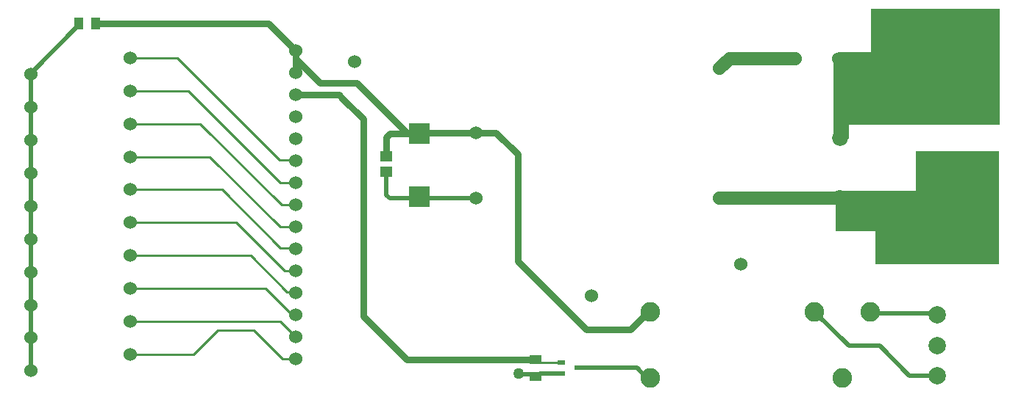
<source format=gtl>
G04*
G04 #@! TF.GenerationSoftware,Altium Limited,Altium Designer,20.0.14 (345)*
G04*
G04 Layer_Physical_Order=1*
G04 Layer_Color=255*
%FSLAX25Y25*%
%MOIN*%
G70*
G01*
G75*
%ADD13C,0.01000*%
%ADD14R,0.03937X0.05709*%
%ADD15R,0.05709X0.04528*%
%ADD16R,0.03347X0.01968*%
%ADD17R,0.05709X0.03937*%
%ADD18R,0.09449X0.09449*%
%ADD33C,0.06000*%
%ADD34C,0.03000*%
%ADD35C,0.02000*%
%ADD36C,0.05000*%
%ADD37C,0.06000*%
%ADD38R,0.07087X0.07087*%
%ADD39C,0.07087*%
%ADD40C,0.07874*%
%ADD41C,0.07284*%
%ADD42C,0.08858*%
%ADD43C,0.05000*%
G36*
X447000Y64000D02*
X391000D01*
Y79000D01*
X373000D01*
X373000Y97500D01*
X409500D01*
Y115500D01*
X447000D01*
Y64000D01*
D02*
G37*
G36*
X447538Y179538D02*
X447500Y179500D01*
Y127500D01*
X379000D01*
Y121000D01*
X371653D01*
X371462Y121462D01*
X372000Y122000D01*
Y155500D01*
X374500Y160500D01*
X389000D01*
Y180000D01*
X447347D01*
X447538Y179538D01*
D02*
G37*
D13*
X237000Y20740D02*
X238181Y19559D01*
X248661D01*
X53382Y53059D02*
X114941D01*
X127147Y41000D02*
X128500D01*
X125715Y42432D02*
X127147Y41000D01*
X125568Y42432D02*
X125715D01*
X114941Y53059D02*
X125568Y42432D01*
X53382Y68020D02*
X107980D01*
X128086Y51414D02*
X128500Y51000D01*
X124586Y51414D02*
X128086D01*
X107980Y68020D02*
X124586Y51414D01*
X53382Y97941D02*
X95059D01*
X121500Y71500D01*
X128000D01*
X53382Y112902D02*
X89598D01*
X121500Y81000D02*
X128500D01*
X89598Y112902D02*
X121500Y81000D01*
X53382Y127862D02*
X85138D01*
X122000Y91000D02*
X128500D01*
X85138Y127862D02*
X122000Y91000D01*
X53382Y142823D02*
X79677D01*
X121500Y101000D02*
X128500D01*
X79677Y142823D02*
X121500Y101000D01*
X53382Y157783D02*
X74717D01*
X121000Y111500D02*
X128000D01*
X74717Y157783D02*
X121000Y111500D01*
X123500Y61000D02*
X128500D01*
X53382Y82980D02*
X101520D01*
X123500Y61000D01*
X53594Y38098D02*
X121402D01*
X128500Y31000D01*
X53382Y23138D02*
X82138D01*
X93000Y34000D01*
X109500D01*
X122500Y21000D02*
X128500D01*
X109500Y34000D02*
X122500Y21000D01*
X128000Y71500D02*
X128500Y71000D01*
X128000Y111500D02*
X128500Y111000D01*
D14*
X30260Y173500D02*
D03*
X37740D02*
D03*
D15*
X169500Y113043D02*
D03*
Y105957D02*
D03*
D16*
X256339Y17000D02*
D03*
X248661Y14441D02*
D03*
Y19559D02*
D03*
D17*
X237000Y20740D02*
D03*
Y13260D02*
D03*
D18*
X184500Y94760D02*
D03*
Y123500D02*
D03*
D33*
X320500Y153000D02*
X325000Y157500D01*
X354815D01*
X320528Y93972D02*
X374972D01*
D34*
X139500Y146500D02*
X156000D01*
X128500Y157500D02*
X139500Y146500D01*
X128500Y157500D02*
Y161000D01*
Y151000D02*
Y157500D01*
X156000Y146500D02*
X179000Y123500D01*
X229000Y65500D02*
X260000Y34500D01*
X229000Y65500D02*
Y114000D01*
X260000Y34500D02*
X280000D01*
X288000Y42500D02*
X289090D01*
X280000Y34500D02*
X288000Y42500D01*
X178760Y20740D02*
X237000D01*
X159000Y40500D02*
Y130000D01*
Y40500D02*
X178760Y20740D01*
X148000Y141000D02*
X149499Y139501D01*
X159000Y130000D01*
X128500Y141000D02*
X148000D01*
X179000Y123500D02*
X184500D01*
X171257D02*
X179000D01*
X37740Y173500D02*
X116000D01*
X128500Y161000D01*
X210264Y123866D02*
X219134D01*
X229000Y114000D01*
X169500Y113043D02*
Y121743D01*
X171257Y123500D01*
X184500D02*
X184866Y123866D01*
X210264D01*
D35*
X229500Y14500D02*
X230000Y14000D01*
X236260D02*
X237000Y13260D01*
X230000Y14000D02*
X236260D01*
X30260Y172614D02*
Y173500D01*
X8500Y150854D02*
X30260Y172614D01*
X8500Y150303D02*
Y150854D01*
Y135343D02*
Y150303D01*
Y120382D02*
Y135343D01*
Y105421D02*
Y120382D01*
Y90461D02*
Y105421D01*
Y75500D02*
Y90461D01*
Y60539D02*
Y75500D01*
Y45579D02*
Y60539D01*
Y30618D02*
Y45579D01*
Y15657D02*
Y30618D01*
X183795Y93945D02*
X210264D01*
X183740Y94000D02*
X183795Y93945D01*
X171000Y94000D02*
X183740D01*
X169500Y95500D02*
Y105957D01*
Y95500D02*
X171000Y94000D01*
X379000Y27000D02*
X393000D01*
X406559Y13441D02*
X419000D01*
X393000Y27000D02*
X406559Y13441D01*
X363500Y42500D02*
X379000Y27000D01*
X388697Y42500D02*
X389447Y41750D01*
X418250D01*
X419000Y41000D01*
X256339Y17000D02*
X283084D01*
X287584Y12500D01*
X289090D01*
X239067Y14441D02*
X248661D01*
X237886Y13260D02*
X239067Y14441D01*
X237000Y13260D02*
X237886D01*
D36*
X430935Y101000D02*
X431500D01*
X320500Y93945D02*
X320528Y93972D01*
X374972D02*
X375000Y94000D01*
X374500Y157500D02*
X374750Y157250D01*
Y121809D02*
X375000Y121559D01*
D37*
X155000Y156000D02*
D03*
X330000Y64000D02*
D03*
X128500Y161000D02*
D03*
Y151000D02*
D03*
Y141000D02*
D03*
Y21000D02*
D03*
Y31000D02*
D03*
Y41000D02*
D03*
Y51000D02*
D03*
Y61000D02*
D03*
Y71000D02*
D03*
Y81000D02*
D03*
Y91000D02*
D03*
Y101000D02*
D03*
Y111000D02*
D03*
Y121000D02*
D03*
Y131000D02*
D03*
X8500Y15657D02*
D03*
Y30618D02*
D03*
Y45579D02*
D03*
Y60539D02*
D03*
Y75500D02*
D03*
Y90461D02*
D03*
Y105421D02*
D03*
Y120382D02*
D03*
Y135343D02*
D03*
X53382Y23138D02*
D03*
X53594Y38098D02*
D03*
X53382Y53059D02*
D03*
Y68020D02*
D03*
Y82980D02*
D03*
Y97941D02*
D03*
Y112902D02*
D03*
Y127862D02*
D03*
X8500Y150303D02*
D03*
X53382Y142823D02*
D03*
Y157783D02*
D03*
X262588Y49637D02*
D03*
X320500Y93945D02*
D03*
Y153000D02*
D03*
X210264Y93945D02*
D03*
Y123866D02*
D03*
X354815Y157500D02*
D03*
X374500D02*
D03*
D38*
X431500Y145000D02*
D03*
Y81000D02*
D03*
D39*
Y165000D02*
D03*
Y101000D02*
D03*
D40*
X419000Y13441D02*
D03*
Y27220D02*
D03*
Y41000D02*
D03*
D41*
X375000Y94000D02*
D03*
Y121559D02*
D03*
D42*
X289090Y42500D02*
D03*
X363500D02*
D03*
X388697D02*
D03*
X376098Y12500D02*
D03*
X289090D02*
D03*
D43*
X229500Y14500D02*
D03*
M02*

</source>
